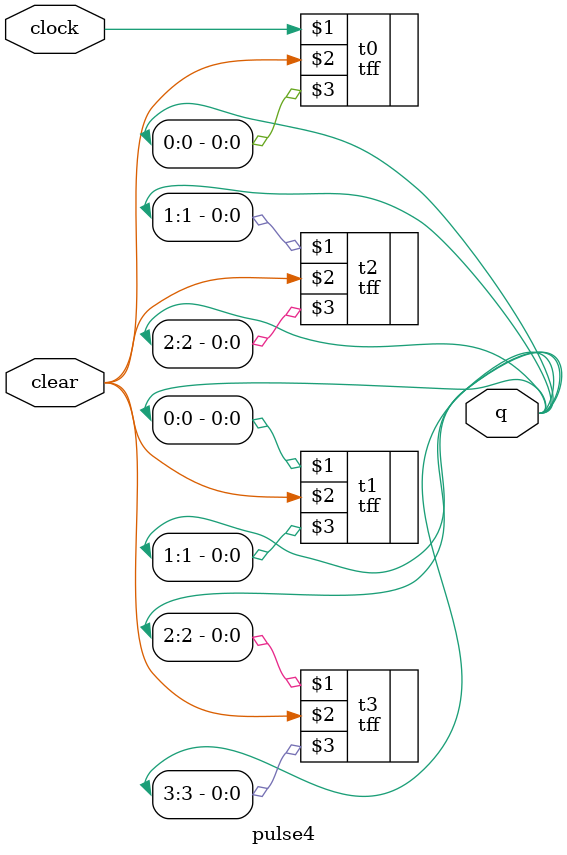
<source format=v>
`timescale 1ns / 1ps


module pulse4(clock, clear, q);
input clock, clear;
output [3:0]q;

tff t0 (clock, clear, q[0]);
tff t1 (q[0], clear, q[1]);
tff t2 (q[1], clear, q[2]);
tff t3 (q[2], clear, q[3]);

endmodule








</source>
